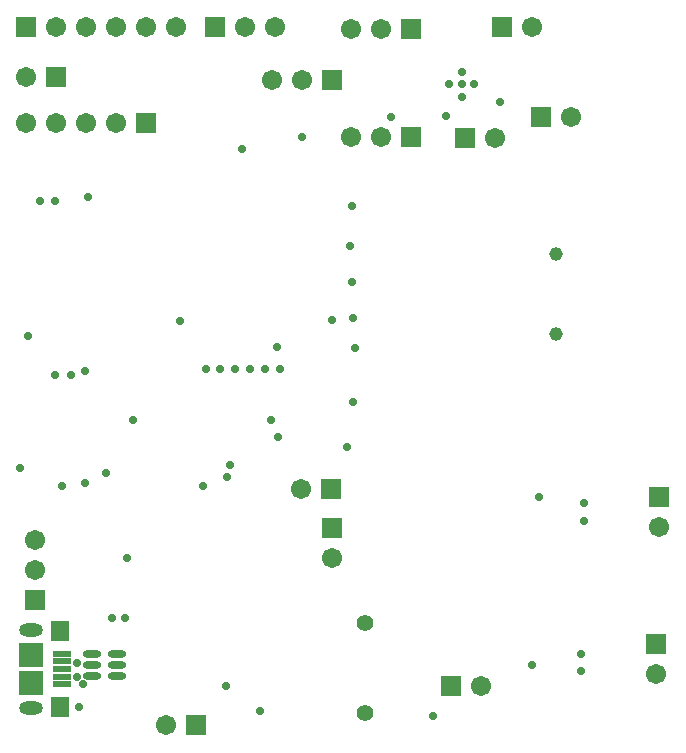
<source format=gbs>
G04*
G04 #@! TF.GenerationSoftware,Altium Limited,Altium Designer,19.1.8 (144)*
G04*
G04 Layer_Color=16711935*
%FSLAX25Y25*%
%MOIN*%
G70*
G01*
G75*
%ADD66R,0.06706X0.06706*%
%ADD67C,0.06706*%
%ADD68C,0.04540*%
%ADD69R,0.06706X0.06706*%
%ADD70C,0.02769*%
%ADD71O,0.07887X0.04343*%
%ADD72C,0.05524*%
%ADD89O,0.06115X0.02572*%
%ADD90R,0.06115X0.02375*%
%ADD91R,0.06312X0.07099*%
%ADD92R,0.08280X0.08280*%
D66*
X163000Y109500D02*
D03*
X106500Y342000D02*
D03*
X278134Y312000D02*
D03*
X248000Y122500D02*
D03*
X252634Y305000D02*
D03*
X234634Y341500D02*
D03*
X265134Y342000D02*
D03*
X169500Y342000D02*
D03*
X234634Y305500D02*
D03*
X208500Y324500D02*
D03*
X208000Y188000D02*
D03*
X146500Y310000D02*
D03*
X116500Y325500D02*
D03*
D67*
X153000Y109500D02*
D03*
X116500Y342000D02*
D03*
X126500D02*
D03*
X136500D02*
D03*
X146500D02*
D03*
X156500D02*
D03*
X288134Y312000D02*
D03*
X208500Y165000D02*
D03*
X258000Y122500D02*
D03*
X262634Y305000D02*
D03*
X109500Y171000D02*
D03*
Y161000D02*
D03*
X224634Y341500D02*
D03*
X214634D02*
D03*
X275134Y342000D02*
D03*
X179500Y342000D02*
D03*
X189500D02*
D03*
X224634Y305500D02*
D03*
X214634D02*
D03*
X316500Y126500D02*
D03*
X198500Y324500D02*
D03*
X188500D02*
D03*
X198000Y188000D02*
D03*
X317500Y175500D02*
D03*
X106500Y310000D02*
D03*
X116500D02*
D03*
X126500D02*
D03*
X136500D02*
D03*
X106500Y325500D02*
D03*
D68*
X283000Y239728D02*
D03*
Y266500D02*
D03*
D69*
X208500Y175000D02*
D03*
X109500Y151000D02*
D03*
X316500Y136500D02*
D03*
X317500Y185500D02*
D03*
D70*
X107968Y115126D02*
D03*
Y141110D02*
D03*
X140000Y165000D02*
D03*
X139500Y145000D02*
D03*
X135000D02*
D03*
X198500Y305500D02*
D03*
X123980Y115520D02*
D03*
X190500Y205500D02*
D03*
X188000Y211000D02*
D03*
X246500Y312500D02*
D03*
X142000Y211000D02*
D03*
X184500Y114000D02*
D03*
X173000Y122500D02*
D03*
X127000Y285500D02*
D03*
X264500Y317000D02*
D03*
X228000Y312000D02*
D03*
X178500Y301500D02*
D03*
X213500Y202000D02*
D03*
X215500Y217000D02*
D03*
X216000Y235000D02*
D03*
X215500Y245000D02*
D03*
X215000Y257000D02*
D03*
X214500Y269000D02*
D03*
X215000Y282500D02*
D03*
X208500Y244500D02*
D03*
X157750Y244250D02*
D03*
X190000Y235500D02*
D03*
X126000Y227500D02*
D03*
X107000Y239000D02*
D03*
X242000Y112500D02*
D03*
X104500Y195000D02*
D03*
X186000Y228000D02*
D03*
X181000D02*
D03*
X191000D02*
D03*
X176000D02*
D03*
X166500D02*
D03*
X171000D02*
D03*
X173500Y192000D02*
D03*
X133000Y193500D02*
D03*
X174500Y196000D02*
D03*
X165500Y189000D02*
D03*
X126000Y190000D02*
D03*
X118500Y189000D02*
D03*
X111000Y284000D02*
D03*
X116000D02*
D03*
X121500Y226000D02*
D03*
X116000D02*
D03*
X292500Y177500D02*
D03*
Y183500D02*
D03*
X277500Y185500D02*
D03*
X291250Y133000D02*
D03*
X291500Y127500D02*
D03*
X275000Y129500D02*
D03*
X125500Y123000D02*
D03*
X123500Y130000D02*
D03*
Y125500D02*
D03*
X251634Y318866D02*
D03*
Y327134D02*
D03*
X247500Y323000D02*
D03*
X255768D02*
D03*
X251634D02*
D03*
D71*
X107968Y115126D02*
D03*
Y141110D02*
D03*
D72*
X219500Y143500D02*
D03*
Y113500D02*
D03*
D89*
X136732Y133240D02*
D03*
Y129500D02*
D03*
Y125760D02*
D03*
X128268Y133240D02*
D03*
Y129500D02*
D03*
Y125760D02*
D03*
D90*
X118500Y123000D02*
D03*
Y125559D02*
D03*
Y128118D02*
D03*
Y130677D02*
D03*
Y133236D02*
D03*
D91*
X117614Y115520D02*
D03*
Y140717D02*
D03*
D92*
X107968Y123394D02*
D03*
Y132843D02*
D03*
M02*

</source>
